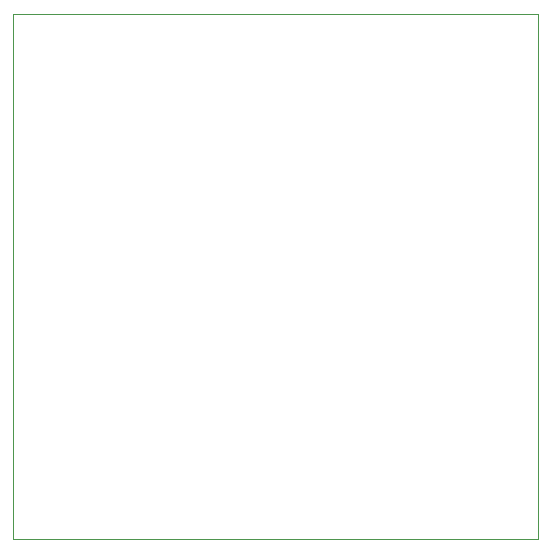
<source format=gbr>
G04 #@! TF.GenerationSoftware,KiCad,Pcbnew,5.1.5+dfsg1-2build2*
G04 #@! TF.CreationDate,2020-09-11T14:14:25+10:00*
G04 #@! TF.ProjectId,macr0,6d616372-302e-46b6-9963-61645f706362,rev?*
G04 #@! TF.SameCoordinates,Original*
G04 #@! TF.FileFunction,Profile,NP*
%FSLAX46Y46*%
G04 Gerber Fmt 4.6, Leading zero omitted, Abs format (unit mm)*
G04 Created by KiCad (PCBNEW 5.1.5+dfsg1-2build2) date 2020-09-11 14:14:25*
%MOMM*%
%LPD*%
G04 APERTURE LIST*
%ADD10C,0.050000*%
G04 APERTURE END LIST*
D10*
X-10160000Y17780000D02*
X-10160000Y-26670000D01*
X34290000Y17780000D02*
X-10160000Y17780000D01*
X34290000Y-26670000D02*
X34290000Y17780000D01*
X-10160000Y-26670000D02*
X34290000Y-26670000D01*
M02*

</source>
